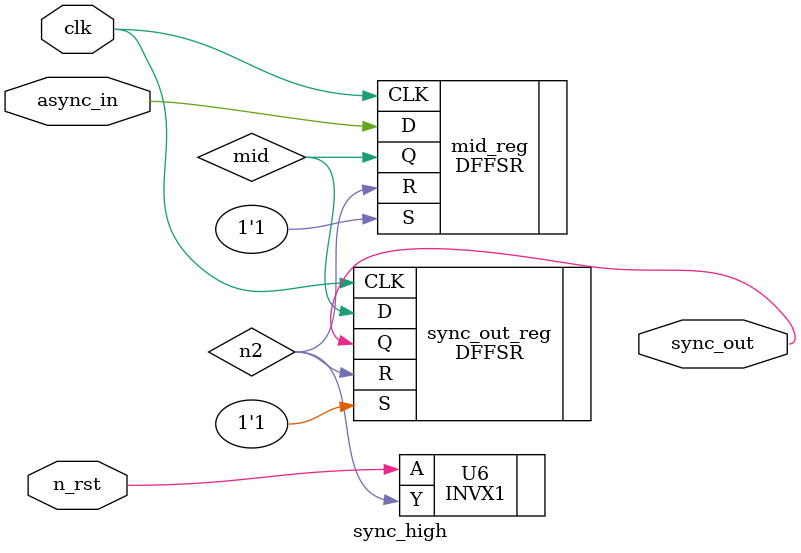
<source format=v>


module sync_high ( clk, n_rst, async_in, sync_out );
  input clk, n_rst, async_in;
  output sync_out;
  wire   mid, n2;

  DFFSR mid_reg ( .D(async_in), .CLK(clk), .R(n2), .S(1'b1), .Q(mid) );
  DFFSR sync_out_reg ( .D(mid), .CLK(clk), .R(n2), .S(1'b1), .Q(sync_out) );
  INVX1 U6 ( .A(n_rst), .Y(n2) );
endmodule


</source>
